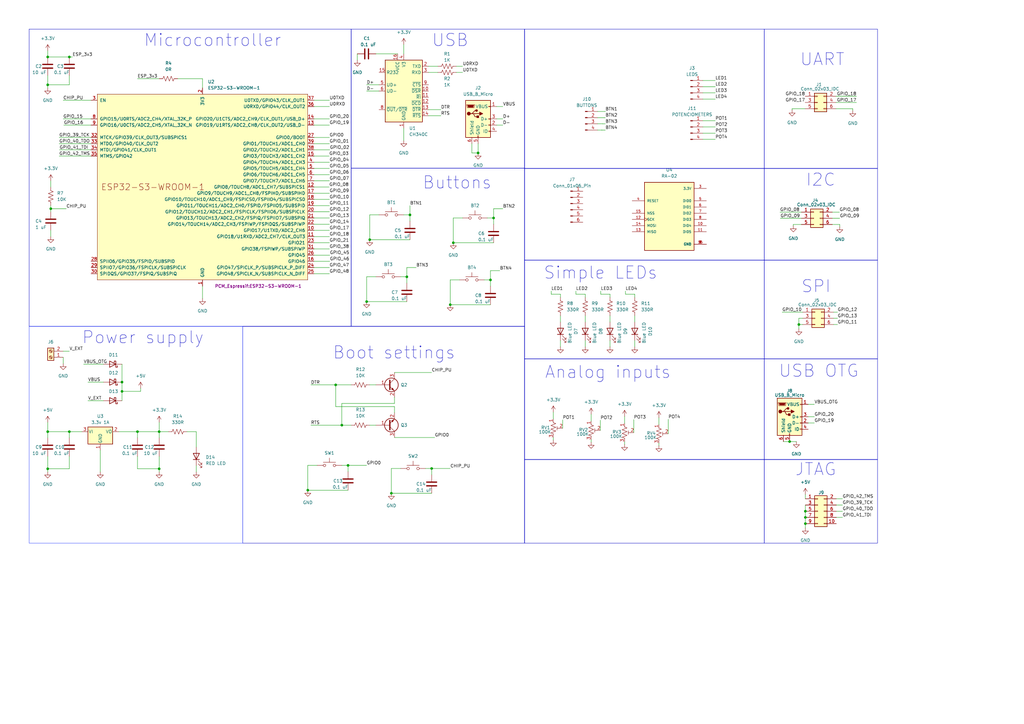
<source format=kicad_sch>
(kicad_sch (version 20230121) (generator eeschema)
  (paper "A3")
  (title_block (title "ESP32 DevKit EL V1") (date "2023-10-12") (rev "V1") (company "Easy Learning"))
  (junction (at 140.208 174.371))
  (junction (at 160.528 202.311))
  (junction (at 196.088 62.738))
  (junction (at 137.668 157.861))
  (junction (at 168.148 88.138))
  (junction (at 19.558 177.038))
  (junction (at 19.558 23.368))
  (junction (at 126.238 201.041))
  (junction (at 56.388 177.038))
  (junction (at 50.038 160.528))
  (junction (at 202.438 89.408))
  (junction (at 28.448 177.038))
  (junction (at 20.828 85.598))
  (junction (at 151.638 98.298))
  (junction (at 330.327 214.757))
  (junction (at 166.878 113.538))
  (junction (at 330.327 212.217))
  (junction (at 19.558 34.798))
  (junction (at 28.448 23.368))
  (junction (at 177.038 192.151))
  (junction (at 323.85 181.102))
  (junction (at 150.368 123.698))
  (junction (at 142.748 190.881))
  (junction (at 327.66 133.096))
  (junction (at 19.558 192.278))
  (junction (at 65.278 177.038))
  (junction (at 185.928 99.568))
  (junction (at 201.168 114.808))
  (junction (at 184.658 124.968))
  (junction (at 330.327 209.677))
  (junction (at 50.038 156.718))
  (junction (at 65.278 192.278))
  (wire (pts (xy 161.798 166.751) (xy 137.668 166.751)))
  (wire (pts (xy 203.708 48.768) (xy 206.248 48.768)))
  (wire (pts (xy 288.29 33.02) (xy 293.37 33.02)))
  (wire (pts (xy 28.448 177.038) (xy 28.448 179.578)))
  (wire (pts (xy 151.638 88.138) (xy 151.638 98.298)))
  (wire (pts (xy 229.87 121.92) (xy 229.87 120.65)))
  (wire (pts (xy 161.798 162.941) (xy 161.798 165.481)))
  (wire (pts (xy 65.278 187.198) (xy 65.278 192.278)))
  (wire (pts (xy 20.828 85.598) (xy 27.178 85.598)))
  (wire (pts (xy 288.29 38.1) (xy 293.37 38.1)))
  (wire (pts (xy 25.908 48.768) (xy 37.338 48.768)))
  (wire (pts (xy 166.878 109.728) (xy 170.688 109.728)))
  (wire (pts (xy 256.159 170.815) (xy 256.159 173.609)))
  (wire (pts (xy 57.658 160.528) (xy 50.038 160.528)))
  (wire (pts (xy 56.388 177.038) (xy 56.388 179.578)))
  (wire (pts (xy 236.22 119.38) (xy 236.22 120.65)))
  (wire (pts (xy 187.198 29.718) (xy 189.738 29.718)))
  (wire (pts (xy 126.238 201.041) (xy 142.748 201.041)))
  (wire (pts (xy 20.828 94.488) (xy 20.828 97.028)))
  (wire (pts (xy 128.778 94.488) (xy 135.128 94.488)))
  (wire (pts (xy 341.884 130.556) (xy 343.535 130.556)))
  (wire (pts (xy 72.898 32.258) (xy 83.058 32.258)))
  (wire (pts (xy 41.148 184.658) (xy 41.148 193.548)))
  (wire (pts (xy 26.162 51.308) (xy 37.338 51.308)))
  (wire (pts (xy 142.748 193.421) (xy 142.748 190.881)))
  (wire (pts (xy 168.148 88.138) (xy 165.608 88.138)))
  (wire (pts (xy 127.508 157.861) (xy 137.668 157.861)))
  (wire (pts (xy 247.2798 50.8066) (xy 247.2798 50.8)))
  (wire (pts (xy 128.778 112.268) (xy 135.128 112.268)))
  (wire (pts (xy 83.058 32.258) (xy 83.058 36.068)))
  (wire (pts (xy 127.508 174.371) (xy 140.208 174.371)))
  (wire (pts (xy 151.638 157.861) (xy 154.178 157.861)))
  (wire (pts (xy 342.9 39.497) (xy 351.282 39.497)))
  (wire (pts (xy 28.448 187.198) (xy 28.448 192.278)))
  (wire (pts (xy 161.798 169.291) (xy 161.798 166.751)))
  (wire (pts (xy 165.608 18.288) (xy 165.608 22.098)))
  (wire (pts (xy 150.368 113.538) (xy 150.368 123.698)))
  (wire (pts (xy 327.66 134.874) (xy 327.66 133.096)))
  (wire (pts (xy 248.2798 45.7266) (xy 248.2798 45.72)))
  (wire (pts (xy 329.184 130.556) (xy 327.66 130.556)))
  (wire (pts (xy 166.878 116.078) (xy 166.878 113.538)))
  (wire (pts (xy 137.668 157.861) (xy 137.668 166.751)))
  (wire (pts (xy 128.778 109.728) (xy 135.128 109.728)))
  (wire (pts (xy 327.66 133.096) (xy 329.184 133.096)))
  (wire (pts (xy 19.558 34.798) (xy 28.448 34.798)))
  (wire (pts (xy 128.778 102.108) (xy 135.128 102.108)))
  (wire (pts (xy 343.027 209.677) (xy 345.567 209.677)))
  (wire (pts (xy 325.374 92.075) (xy 325.374 92.583)))
  (wire (pts (xy 160.528 202.311) (xy 177.038 202.311)))
  (wire (pts (xy 65.278 173.228) (xy 65.278 177.038)))
  (wire (pts (xy 330.327 207.137) (xy 330.327 209.677)))
  (wire (pts (xy 341.376 86.995) (xy 344.297 86.995)))
  (wire (pts (xy 202.438 85.598) (xy 202.438 89.408)))
  (wire (pts (xy 80.518 177.038) (xy 80.518 183.388)))
  (wire (pts (xy 323.85 181.102) (xy 326.644 181.102)))
  (wire (pts (xy 351.282 42.037) (xy 342.9 42.037)))
  (wire (pts (xy 330.327 214.757) (xy 330.327 216.535)))
  (wire (pts (xy 240.03 121.92) (xy 240.03 120.65)))
  (wire (pts (xy 168.148 90.678) (xy 168.148 88.138)))
  (wire (pts (xy 128.778 76.708) (xy 135.001 76.708)))
  (wire (pts (xy 248.2798 50.8066) (xy 247.2798 50.8066)))
  (wire (pts (xy 128.778 104.648) (xy 135.255 104.648)))
  (wire (pts (xy 341.376 92.075) (xy 344.424 92.075)))
  (wire (pts (xy 137.668 157.861) (xy 144.018 157.861)))
  (wire (pts (xy 161.798 152.781) (xy 177.038 152.781)))
  (wire (pts (xy 242.443 169.926) (xy 242.443 172.72)))
  (wire (pts (xy 246.38 119.38) (xy 246.38 120.65)))
  (wire (pts (xy 240.03 120.65) (xy 236.22 120.65)))
  (wire (pts (xy 229.87 129.54) (xy 229.87 132.08)))
  (wire (pts (xy 246.7798 53.3466) (xy 246.7798 53.34)))
  (wire (pts (xy 83.058 117.348) (xy 83.058 122.428)))
  (wire (pts (xy 343.027 204.597) (xy 345.567 204.597)))
  (wire (pts (xy 128.778 74.168) (xy 135.128 74.168)))
  (wire (pts (xy 324.866 44.577) (xy 324.866 45.085)))
  (wire (pts (xy 201.168 110.998) (xy 201.168 114.808)))
  (wire (pts (xy 80.518 191.008) (xy 80.518 193.548)))
  (wire (pts (xy 201.168 110.998) (xy 204.978 110.998)))
  (wire (pts (xy 189.738 89.408) (xy 185.928 89.408)))
  (wire (pts (xy 36.068 156.718) (xy 42.418 156.718)))
  (wire (pts (xy 193.548 58.928) (xy 193.548 62.738)))
  (wire (pts (xy 151.638 174.371) (xy 154.178 174.371)))
  (wire (pts (xy 247.2798 50.8) (xy 245.11 50.8)))
  (wire (pts (xy 19.558 20.828) (xy 19.558 23.368)))
  (wire (pts (xy 50.038 149.352) (xy 50.038 156.718)))
  (wire (pts (xy 349.758 44.577) (xy 342.9 44.577)))
  (wire (pts (xy 242.443 180.34) (xy 242.443 181.356)))
  (wire (pts (xy 270.256 181.737) (xy 270.256 182.753)))
  (wire (pts (xy 25.908 41.148) (xy 37.338 41.148)))
  (wire (pts (xy 250.19 139.7) (xy 250.19 142.24)))
  (wire (pts (xy 175.768 44.958) (xy 180.848 44.958)))
  (wire (pts (xy 201.168 114.808) (xy 198.628 114.808)))
  (wire (pts (xy 20.828 85.598) (xy 20.828 86.868)))
  (wire (pts (xy 135 64) (xy 128.778 64)))
  (wire (pts (xy 229.87 120.65) (xy 226.06 120.65)))
  (wire (pts (xy 128.778 48.768) (xy 135.128 48.768)))
  (wire (pts (xy 161.798 179.451) (xy 178.308 179.451)))
  (wire (pts (xy 341.884 128.016) (xy 343.535 128.016)))
  (wire (pts (xy 150.368 37.338) (xy 155.448 37.338)))
  (wire (pts (xy 248.2798 53.3466) (xy 246.7798 53.3466)))
  (wire (pts (xy 128.778 58.928) (xy 135.128 58.928)))
  (wire (pts (xy 328.676 92.075) (xy 325.374 92.075)))
  (wire (pts (xy 19.558 30.988) (xy 19.558 34.798)))
  (wire (pts (xy 341.376 89.535) (xy 344.424 89.535)))
  (wire (pts (xy 126.238 190.881) (xy 126.238 201.041)))
  (wire (pts (xy 203.708 51.308) (xy 206.248 51.308)))
  (wire (pts (xy 288.29 52.07) (xy 293.37 52.07)))
  (wire (pts (xy 128.778 97.028) (xy 135.128 97.028)))
  (wire (pts (xy 330.327 212.217) (xy 330.327 214.757)))
  (wire (pts (xy 128.778 66.548) (xy 135.128 66.548)))
  (wire (pts (xy 128.778 89.408) (xy 135.128 89.408)))
  (wire (pts (xy 28.448 192.278) (xy 19.558 192.278)))
  (wire (pts (xy 247.7798 48.26) (xy 245.11 48.26)))
  (wire (pts (xy 248.2798 45.72) (xy 245.11 45.72)))
  (wire (pts (xy 177.038 192.151) (xy 174.498 192.151)))
  (wire (pts (xy 24.384 61.468) (xy 37.338 61.468)))
  (wire (pts (xy 260.35 139.7) (xy 260.35 142.24)))
  (wire (pts (xy 25.908 146.558) (xy 25.908 149.098)))
  (wire (pts (xy 201.168 117.348) (xy 201.168 114.808)))
  (wire (pts (xy 344.424 92.075) (xy 344.424 92.964)))
  (wire (pts (xy 65.278 192.278) (xy 65.278 193.548)))
  (wire (pts (xy 36.068 164.338) (xy 42.418 164.338)))
  (wire (pts (xy 330.327 202.819) (xy 330.327 204.597)))
  (wire (pts (xy 142.748 190.881) (xy 150.368 190.881)))
  (wire (pts (xy 226.949 169.037) (xy 226.949 171.831)))
  (wire (pts (xy 256.159 181.229) (xy 256.159 182.245)))
  (wire (pts (xy 48.768 177.038) (xy 56.388 177.038)))
  (wire (pts (xy 56.388 187.198) (xy 56.388 192.278)))
  (wire (pts (xy 240.03 139.7) (xy 240.03 142.24)))
  (wire (pts (xy 260.35 121.92) (xy 260.35 120.65)))
  (wire (pts (xy 128.778 41.148) (xy 135.128 41.148)))
  (wire (pts (xy 320.802 128.016) (xy 329.184 128.016)))
  (wire (pts (xy 177.038 194.691) (xy 177.038 192.151)))
  (wire (pts (xy 327.66 130.556) (xy 327.66 133.096)))
  (wire (pts (xy 343.027 207.137) (xy 345.567 207.137)))
  (wire (pts (xy 250.19 121.92) (xy 250.19 120.65)))
  (wire (pts (xy 331.47 173.482) (xy 334.01 173.482)))
  (wire (pts (xy 177.038 192.151) (xy 184.658 192.151)))
  (wire (pts (xy 260.35 129.54) (xy 260.35 132.08)))
  (wire (pts (xy 128.778 69.088) (xy 135.128 69.088)))
  (wire (pts (xy 184.658 124.968) (xy 201.168 124.968)))
  (wire (pts (xy 240.03 129.54) (xy 240.03 132.08)))
  (wire (pts (xy 331.47 170.942) (xy 334.01 170.942)))
  (wire (pts (xy 65.278 179.578) (xy 65.278 177.038)))
  (wire (pts (xy 34.29 149.352) (xy 42.418 149.352)))
  (wire (pts (xy 196.088 58.928) (xy 196.088 62.738)))
  (wire (pts (xy 128.778 71.628) (xy 135.128 71.628)))
  (wire (pts (xy 343.027 212.217) (xy 345.567 212.217)))
  (wire (pts (xy 128.778 79.248) (xy 135.128 79.248)))
  (wire (pts (xy 166.878 113.538) (xy 164.338 113.538)))
  (wire (pts (xy 166.878 109.728) (xy 166.878 113.538)))
  (wire (pts (xy 25.908 144.018) (xy 28.448 144.018)))
  (wire (pts (xy 128.778 64) (xy 128.778 64.008)))
  (wire (pts (xy 321.31 181.102) (xy 323.85 181.102)))
  (wire (pts (xy 193.548 62.738) (xy 196.088 62.738)))
  (wire (pts (xy 128.778 61.468) (xy 135.255 61.468)))
  (wire (pts (xy 188.468 114.808) (xy 184.658 114.808)))
  (wire (pts (xy 20.828 84.328) (xy 20.828 85.598)))
  (wire (pts (xy 128.778 99.568) (xy 135.128 99.568)))
  (wire (pts (xy 128.778 86.868) (xy 135.128 86.868)))
  (wire (pts (xy 150.368 123.698) (xy 166.878 123.698)))
  (wire (pts (xy 319.913 86.995) (xy 328.676 86.995)))
  (wire (pts (xy 76.708 177.038) (xy 80.518 177.038)))
  (wire (pts (xy 50.038 156.718) (xy 50.038 160.528)))
  (wire (pts (xy 65.278 177.038) (xy 69.088 177.038)))
  (wire (pts (xy 130.048 190.881) (xy 126.238 190.881)))
  (wire (pts (xy 320.04 89.535) (xy 328.676 89.535)))
  (wire (pts (xy 260.35 120.65) (xy 256.54 120.65)))
  (wire (pts (xy 180.848 47.498) (xy 175.768 47.498)))
  (wire (pts (xy 28.448 23.368) (xy 29.718 23.368)))
  (wire (pts (xy 248.2798 48.2666) (xy 247.7798 48.2666)))
  (wire (pts (xy 168.148 84.328) (xy 168.148 88.138)))
  (wire (pts (xy 56.388 32.258) (xy 65.278 32.258)))
  (wire (pts (xy 128.778 107.188) (xy 135.255 107.188)))
  (wire (pts (xy 155.448 88.138) (xy 151.638 88.138)))
  (wire (pts (xy 202.438 85.598) (xy 206.248 85.598)))
  (wire (pts (xy 146.558 22.098) (xy 146.558 24.638)))
  (wire (pts (xy 128.778 81.788) (xy 135.128 81.788)))
  (wire (pts (xy 230.759 172.212) (xy 230.759 175.641)))
  (wire (pts (xy 19.558 187.198) (xy 19.558 192.278)))
  (wire (pts (xy 330.327 209.677) (xy 330.327 212.217)))
  (wire (pts (xy 259.969 172.085) (xy 259.969 177.419)))
  (wire (pts (xy 250.19 120.65) (xy 246.38 120.65)))
  (wire (pts (xy 203.708 43.688) (xy 206.248 43.688)))
  (wire (pts (xy 250.19 129.54) (xy 250.19 132.08)))
  (wire (pts (xy 202.438 91.948) (xy 202.438 89.408)))
  (wire (pts (xy 226.06 119.38) (xy 226.06 120.65)))
  (wire (pts (xy 349.758 44.577) (xy 349.758 45.339)))
  (wire (pts (xy 128.778 43.688) (xy 135.128 43.688)))
  (wire (pts (xy 19.558 173.228) (xy 19.558 177.038)))
  (wire (pts (xy 28.448 177.038) (xy 33.528 177.038)))
  (wire (pts (xy 165.608 52.578) (xy 165.608 57.658)))
  (wire (pts (xy 288.29 54.61) (xy 293.37 54.61)))
  (wire (pts (xy 19.558 177.038) (xy 28.448 177.038)))
  (wire (pts (xy 24.257 58.928) (xy 37.338 58.928)))
  (wire (pts (xy 19.558 177.038) (xy 19.558 179.578)))
  (wire (pts (xy 128.778 56.388) (xy 135.128 56.388)))
  (wire (pts (xy 288.29 49.53) (xy 293.37 49.53)))
  (wire (pts (xy 154.178 22.098) (xy 163.068 22.098)))
  (wire (pts (xy 229.87 139.7) (xy 229.87 142.24)))
  (wire (pts (xy 50.038 160.528) (xy 50.038 164.338)))
  (wire (pts (xy 246.7798 53.34) (xy 245.11 53.34)))
  (wire (pts (xy 246.253 176.53) (xy 246.253 172.339)))
  (wire (pts (xy 140.208 165.481) (xy 140.208 174.371)))
  (wire (pts (xy 175.768 27.178) (xy 179.578 27.178)))
  (wire (pts (xy 202.438 89.408) (xy 199.898 89.408)))
  (wire (pts (xy 128.778 84.328) (xy 135.128 84.328)))
  (wire (pts (xy 256.54 119.38) (xy 256.54 120.65)))
  (wire (pts (xy 150.368 34.798) (xy 155.448 34.798)))
  (wire (pts (xy 175.768 29.718) (xy 179.578 29.718)))
  (wire (pts (xy 142.748 190.881) (xy 140.208 190.881)))
  (wire (pts (xy 160.528 192.151) (xy 160.528 202.311)))
  (wire (pts (xy 65.278 177.038) (xy 56.388 177.038)))
  (wire (pts (xy 56.388 192.278) (xy 65.278 192.278)))
  (wire (pts (xy 187.198 27.178) (xy 189.738 27.178)))
  (wire (pts (xy 24.257 56.388) (xy 37.338 56.388)))
  (wire (pts (xy 20.828 74.168) (xy 20.828 76.708)))
  (wire (pts (xy 288.29 35.56) (xy 293.37 35.56)))
  (wire (pts (xy 270.256 171.323) (xy 270.256 174.117)))
  (wire (pts (xy 28.448 30.988) (xy 28.448 34.798)))
  (wire (pts (xy 161.798 165.481) (xy 140.208 165.481)))
  (wire (pts (xy 331.47 165.862) (xy 334.01 165.862)))
  (wire (pts (xy 164.338 192.151) (xy 160.528 192.151)))
  (wire (pts (xy 288.29 57.15) (xy 293.37 57.15)))
  (wire (pts (xy 151.638 98.298) (xy 168.148 98.298)))
  (wire (pts (xy 57.658 159.258) (xy 57.658 160.528)))
  (wire (pts (xy 19.558 23.368) (xy 28.448 23.368)))
  (wire (pts (xy 128.778 91.948) (xy 135.128 91.948)))
  (wire (pts (xy 341.884 133.096) (xy 343.535 133.096)))
  (wire (pts (xy 154.178 113.538) (xy 150.368 113.538)))
  (wire (pts (xy 24.257 64.008) (xy 37.338 64.008)))
  (wire (pts (xy 19.558 192.278) (xy 19.558 193.548)))
  (wire (pts (xy 226.949 179.451) (xy 226.949 180.467)))
  (wire (pts (xy 274.066 171.958) (xy 274.066 177.927)))
  (wire (pts (xy 247.7798 48.2666) (xy 247.7798 48.26)))
  (wire (pts (xy 140.208 174.371) (xy 144.018 174.371)))
  (wire (pts (xy 288.29 40.64) (xy 293.37 40.64)))
  (wire (pts (xy 19.558 34.798) (xy 19.558 36.068)))
  (wire (pts (xy 185.928 99.568) (xy 202.438 99.568)))
  (wire (pts (xy 184.658 114.808) (xy 184.658 124.968)))
  (wire (pts (xy 128.778 51.308) (xy 135.128 51.308)))
  (wire (pts (xy 330.2 44.577) (xy 324.866 44.577)))
  (wire (pts (xy 185.928 89.408) (xy 185.928 99.568)))
  (rectangle (start 215.138 147.193) (end 313.436 188.468))
  (rectangle (start 313.436 11.938) (end 359.918 69.088))
  (rectangle (start 11.938 11.938) (end 144.018 133.858))
  (rectangle (start 313.436 69.088) (end 359.918 106.68))
  (rectangle (start 144.018 68.961) (end 215.138 133.858))
  (rectangle (start 215.138 11.938) (end 313.436 69.088))
  (rectangle (start 313.436 106.68) (end 359.918 147.193))
  (rectangle (start 99.568 133.858) (end 215.138 222.758))
  (rectangle (start 11.938 133.858) (end 99.568 222.758) (stroke (width 0) (color 50 71 255 1)))
  (rectangle (start 215.138 69.088) (end 313.436 106.68))
  (rectangle (start 215.138 106.68) (end 313.436 147.193))
  (rectangle (start 313.436 147.193) (end 359.918 188.468))
  (rectangle (start 313.436 188.468) (end 359.918 222.758))
  (rectangle (start 215.138 188.468) (end 313.436 222.758))
  (rectangle (start 144.018 11.938) (end 215.138 68.961))
  (text "Buttons" (at 173.228 77.978 0) (effects (font (size 5 5)) (justify left bottom)))
  (text "I2C" (at 330.454 76.835 0) (effects (font (size 5 5)) (justify left bottom)))
  (text "SPI" (at 328.549 120.523 0) (effects (font (size 5 5)) (justify left bottom)))
  (text "Power supply\n" (at 33.528 141.478 0) (effects (font (size 5 5)) (justify left bottom)))
  (text "USB OTG" (at 319.278 155.194 0) (effects (font (size 5 5)) (justify left bottom)))
  (text "Simple LEDs\n" (at 222.885 114.935 0) (effects (font (size 5 5)) (justify left bottom)))
  (text "USB" (at 177.038 19.558 0) (effects (font (size 5 5)) (justify left bottom)))
  (text "UART" (at 328.041 27.432 0) (effects (font (size 5 5)) (justify left bottom)))
  (text "Microcontroller" (at 58.928 19.558 0) (effects (font (size 5 5)) (justify left bottom)))
  (text "JTAG\n" (at 326.009 195.58 0) (effects (font (size 5 5)) (justify left bottom)))
  (text "Boot settings" (at 136.398 147.701 0) (effects (font (size 5 5)) (justify left bottom)))
  (text "Analog inputs\n" (at 223.393 155.702 0) (effects (font (size 5 5)) (justify left bottom)))
  (label "U0RXD" (at 189.738 27.178 0))
  (label "DTR" (at 180.848 44.958 0))
  (label "U0TXD" (at 135.128 41.148 0))
  (label "GPIO_13" (at 135.128 89.408 0))
  (label "V_EXT" (at 36.068 164.338 0))
  (label "GPIO_05" (at 135.128 69.088 0))
  (label "VBUS" (at 206.248 43.688 0))
  (label "LED2" (at 236.22 119.38 0))
  (label "POT3" (at 259.969 172.085 0))
  (label "LED1" (at 226.06 119.38 0))
  (label "GPIO_40_TDO" (at 345.567 209.677 0))
  (label "GPIO_08" (at 319.913 86.995 0))
  (label "POT3" (at 293.37 54.61 0))
  (label "LED2" (at 293.37 35.56 0))
  (label "D-" (at 206.248 51.308 0))
  (label "GPIO_45" (at 135.255 104.648 0))
  (label "GPIO_46" (at 135.255 107.188 0))
  (label "V_EXT" (at 28.448 144.018 0))
  (label "GPIO_18" (at 135.128 97.028 0))
  (label "U0RXD" (at 135.128 43.688 0))
  (label "LED3" (at 246.38 119.38 0))
  (label "BTN3" (at 170.688 109.728 0))
  (label "LED3" (at 293.37 38.1 0))
  (label "GPIO_20" (at 135.128 48.768 0))
  (label "D-" (at 150.368 37.338 0))
  (label "GPIO_16" (at 26.162 51.308 0))
  (label "BTN1" (at 168.148 84.328 0))
  (label "GPIO0" (at 178.308 179.451 0))
  (label "VBUS" (at 36.068 156.718 0))
  (label "GPIO_17" (at 330.2 42.037 180))
  (label "GPIO_09" (at 135.128 79.248 0))
  (label "ESP_3v3" (at 56.388 32.258 0))
  (label "GPIO_10" (at 135.128 81.788 0))
  (label "POT4" (at 293.37 57.15 0))
  (label "GPIO_09" (at 344.424 89.535 0))
  (label "POT1" (at 293.37 49.53 0))
  (label "BTN1" (at 248.2798 45.7266 0))
  (label "GPIO_08" (at 135.001 76.708 0))
  (label "GPIO_04" (at 135.128 66.548 0))
  (label "GPIO_42_TMS" (at 24.257 64.008 0))
  (label "GPIO_41_TDI" (at 345.567 212.217 0))
  (label "GPIO0" (at 150.368 190.881 0))
  (label "GPIO_47" (at 135.128 109.728 0))
  (label "GPIO_11" (at 343.535 133.096 0))
  (label "VBUS_OTG" (at 34.29 149.352 0))
  (label "GPIO_18" (at 330.2 39.497 180))
  (label "GPIO_14" (at 135.128 91.948 0))
  (label "BTN4" (at 204.978 110.998 0))
  (label "GPIO_42_TMS" (at 345.567 204.597 0))
  (label "GPIO_38" (at 135.128 102.108 0))
  (label "GPIO_19" (at 334.01 173.482 0))
  (label "POT2" (at 293.37 52.07 0))
  (label "GPIO_08" (at 344.297 86.995 0))
  (label "GPIO_01" (at 135.128 58.928 0))
  (label "POT1" (at 230.759 172.212 0))
  (label "GPIO0" (at 135.128 56.388 0))
  (label "GPIO_13" (at 343.535 130.556 0))
  (label "GPIO_41_TDI" (at 24.384 61.468 0))
  (label "ESP_3v3" (at 29.718 23.368 0))
  (label "BTN3" (at 248.2798 50.8066 0))
  (label "RTS" (at 127.508 174.371 0))
  (label "GPIO_21" (at 135.128 99.568 0))
  (label "CHIP_PU" (at 177.038 152.781 0))
  (label "CHIP_PU" (at 27.178 85.598 0))
  (label "CHIP_PU" (at 184.658 192.151 0))
  (label "GPIO_09" (at 320.04 89.535 0))
  (label "GPIO_06" (at 135.128 71.628 0))
  (label "GPIO_11" (at 135.128 84.328 0))
  (label "POT2" (at 246.253 172.339 0))
  (label "BTN4" (at 248.2798 53.3466 0))
  (label "GPIO_39_TCK" (at 345.567 207.137 0))
  (label "VBUS_OTG" (at 334.01 165.862 0))
  (label "GPIO_19" (at 135.128 51.308 0))
  (label "GPIO_07" (at 135.128 74.168 0))
  (label "GPIO_02" (at 135.255 61.468 0))
  (label "BTN2" (at 248.2798 48.2666 0))
  (label "POT4" (at 274.066 171.958 0))
  (label "LED4" (at 256.54 119.38 0))
  (label "LED1" (at 293.37 33.02 0))
  (label "D+" (at 206.248 48.768 0))
  (label "GPIO_17" (at 135.128 94.488 0))
  (label "DTR" (at 127.508 157.861 0))
  (label "GPIO_12" (at 343.535 128.016 0))
  (label "GPIO_18" (at 351.282 39.497 180))
  (label "RTS" (at 180.848 47.498 0))
  (label "GPIO_20" (at 334.01 170.942 0))
  (label "CHIP_PU" (at 25.908 41.148 0))
  (label "GPIO_48" (at 135.128 112.268 0))
  (label "GPIO_40_TDO" (at 24.257 58.928 0))
  (label "GPIO_12" (at 135.128 86.868 0))
  (label "D+" (at 150.368 34.798 0))
  (label "BTN2" (at 206.248 85.598 0))
  (label "U0TXD" (at 189.738 29.718 0))
  (label "GPIO_17" (at 351.282 42.037 180))
  (label "GPIO_15" (at 25.908 48.768 0))
  (label "GPIO_39_TCK" (at 24.257 56.388 0))
  (label "GPIO_10" (at 320.802 128.016 0))
  (label "GPIO_03" (at 135 64 0))
  (label "LED4" (at 293.37 40.64 0))
  (symbol (lib_id "Device:R_US") (at 183.388 27.178 90) (unit 1)
    (property "Reference" "R1" (at 183.388 22.098 90))
    (property "Value" "1K" (at 183.388 24.638 90))
    (property "Footprint" "Resistor_SMD:R_1206_3216Metric" (effects hide))
    (property "Manufacturer" "Panasonic Electronic Components" (effects hide))
    (property "Product Number" "ERJ-P08J102V" (effects hide))
    (property "Description" "RES SMD 1K OHM 5% 2/3W 1206" (effects hide))
    (property "Price" "0.14" (effects hide))
  )
  (symbol (lib_id "Connector_Generic:Conn_02x03_Odd_Even") (at 334.264 130.556 0) (unit 1)
    (property "Reference" "J5" (at 334.899 123.19 0))
    (property "Value" "Conn_02x03_IDC" (at 335.28 124.968 0))
    (property "Footprint" "Connector_IDC:IDC-Header_2x03_P2.54mm_Vertical" (effects hide))
    (property "Manufacturer" "Adam Tech" (effects hide))
    (property "Product Number" "2057-BHR-06-VUA-ND" (effects hide))
    (property "Description" "Connector Header Through Hole 6 position 0.100\" (2.54mm)" (effects hide))
    (property "Price" "0.25" (effects hide))
  )
  (symbol (lib_id "power:GND") (at 226.949 180.467 0) (unit 1)
    (property "Reference" "#PWR046" (effects hide))
    (property "Value" "GND" (effects hide))
  )
  (symbol (lib_id "Device:C") (at 28.448 183.388 0) (unit 1)
    (property "Reference" "C10" (at 22.606 183.388 0) (effects (justify left)))
    (property "Value" "0.1 uF" (at 22.098 185.928 0) (effects (justify left)))
    (property "Footprint" "Capacitor_SMD:C_0603_1608Metric_Pad1.08x0.95mm_HandSolder" (effects hide))
    (property "Manufacturer" "KEMET" (effects hide))
    (property "Product Number" "C0603C104K5RAC7867" (effects hide))
    (property "Description" "CAP CER 0.1UF 50V X7R 0603" (effects hide))
    (property "Price" "0.11" (effects hide))
  )
  (symbol (lib_id "Device:D_Schottky") (at 46.228 164.338 180) (unit 1)
    (property "Reference" "D13" (at 46.5455 160.528 0))
    (property "Value" "D_Schottky" (effects hide))
    (property "Footprint" "Diode_SMD:D_SMA" (effects hide))
    (property "Manufacturer" "STMicroelectronics" (effects hide))
    (property "Product Number" "STPS2L30A" (effects hide))
    (property "Description" "DIODE SCHOTTKY 30V 2A SMA" (effects hide))
    (property "Price" "0.36" (effects hide))
  )
  (symbol (lib_id "power:GND") (at 160.528 202.311 0) (unit 1)
    (property "Reference" "#PWR056" (effects hide))
    (property "Value" "GND" (at 160.528 207.391 0))
  )
  (symbol (lib_id "Connector_Generic:Conn_02x05_Odd_Even") (at 335.407 209.677 0) (unit 1)
    (property "Reference" "J9" (at 336.804 202.057 0))
    (property "Value" "Conn_02x05_Odd_Even" (effects hide))
    (property "Footprint" "Connector_IDC:IDC-Header_2x05_P2.54mm_Vertical" (effects hide))
    (property "Manufacturer" "On Shore Technology Inc." (effects hide))
    (property "Product Number" "ED1543-ND" (effects hide))
    (property "Description" "Connector Header Through Hole 10 position 0.100\" (2.54mm)" (effects hide))
    (property "Price" "0.33" (effects hide))
  )
  (symbol (lib_id "power:GND") (at 20.828 97.028 0) (unit 1)
    (property "Reference" "#PWR019" (effects hide))
    (property "Value" "GND" (at 20.828 102.108 0))
  )
  (symbol (lib_id "power:GND") (at 325.374 92.583 0) (unit 1)
    (property "Reference" "#PWR017" (effects hide))
    (property "Value" "GND" (at 325.374 97.79 0))
  )
  (symbol (lib_id "Device:C") (at 19.558 183.388 0) (unit 1)
    (property "Reference" "C9" (at 14.478 183.388 0) (effects (justify left)))
    (property "Value" "10 uF" (at 13.208 185.928 0) (effects (justify left)))
    (property "Footprint" "Capacitor_SMD:C_1206_3216Metric_Pad1.33x1.80mm_HandSolder" (effects hide))
    (property "Manufacturer" "KEMET" (effects hide))
    (property "Product Number" "C1206C106M3PAC7800" (effects hide))
    (property "Description" "CAP CER 10UF 25V X5R 1206" (effects hide))
    (property "Price" "0.27" (effects hide))
  )
  (symbol (lib_id "Device:C") (at 202.438 95.758 0) (unit 1)
    (property "Reference" "C6" (at 196.088 95.758 0) (effects (justify left)))
    (property "Value" "0.1 uF" (at 196.088 98.298 0) (effects (justify left)))
    (property "Footprint" "Capacitor_SMD:C_0603_1608Metric_Pad1.08x0.95mm_HandSolder" (effects hide))
    (property "Manufacturer" "KEMET" (effects hide))
    (property "Product Number" "C0603C104K5RAC7867" (effects hide))
    (property "Description" "CAP CER 0.1UF 50V X7R 0603" (effects hide))
    (property "Price" "0.11" (effects hide))
  )
  (symbol (lib_id "Device:R_Potentiometer_Trim_US") (at 226.949 175.641 0) (unit 1)
    (property "Reference" "RV1" (at 225.679 175.387 0) (effects (justify right)))
    (property "Value" "100K" (at 226.06 177.165 0) (effects (justify right)))
    (property "Footprint" "Potentiometer_THT:Potentiometer_Bourns_3386P_Vertical" (effects hide))
    (property "Description" "100 kOhms 0.5W, 1/2W PC Pins Through Hole Trimmer Potentiometer Cermet 1.0 Turn Top Adjustment" (effects hide))
    (property "Product Number" "3386P-1-104LF" (effects hide))
    (property "Manufacturer" "Bourns Inc." (effects hide))
    (property "Price" "1.61" (effects hide))
  )
  (symbol (lib_id "power:+3.3V") (at 226.949 169.037 0) (unit 1)
    (property "Reference" "#PWR040" (effects hide))
    (property "Value" "+3.3V" (at 226.949 163.957 0))
  )
  (symbol (lib_id "power:GND") (at 19.558 193.548 0) (unit 1)
    (property "Reference" "#PWR051" (effects hide))
    (property "Value" "GND" (at 19.558 198.628 0))
  )
  (symbol (lib_id "Connector:Conn_01x04_Pin") (at 283.21 52.07 0) (unit 1)
    (property "Reference" "J11" (at 283.845 44.45 0))
    (property "Value" "POTENCIOMETERS" (at 283.845 46.99 0))
    (property "Footprint" "Connector_PinHeader_2.54mm:PinHeader_1x04_P2.54mm_Vertical" (effects hide))
  )
  (symbol (lib_id "Connector:USB_B_Micro") (at 323.85 170.942 0) (unit 1)
    (property "Reference" "J8" (at 323.85 160.274 0))
    (property "Value" "USB_B_Micro" (at 323.85 162.052 0))
    (property "Footprint" "Connector_USB:USB_Micro-B_Molex_47346-0001" (effects hide))
    (property "Manufacturer" "Molex" (effects hide))
    (property "Description" "CONN RCPT USB2.0 MICRO B SMD R/A" (effects hide))
    (property "Product Number" "0473460001" (effects hide))
    (property "Price" "1.17" (effects hide))
  )
  (symbol (lib_id "Device:C") (at 150.368 22.098 270) (unit 1)
    (property "Reference" "C1" (at 149.098 15.748 90) (effects (justify left)))
    (property "Value" "0.1 uF" (at 147.828 18.288 90) (effects (justify left)))
    (property "Footprint" "Capacitor_SMD:C_0603_1608Metric_Pad1.08x0.95mm_HandSolder" (effects hide))
    (property "Manufacturer" "KEMET" (effects hide))
    (property "Product Number" "C0603C104K5RAC7867" (effects hide))
    (property "Description" "CAP CER 0.1UF 50V X7R 0603" (effects hide))
    (property "Price" "0.11" (effects hide))
  )
  (symbol (lib_id "Switch:SW_Push") (at 193.548 114.808 0) (unit 1)
    (property "Reference" "BT4" (at 193.548 109.728 0))
    (property "Value" "SW_Push" (effects hide))
    (property "Footprint" "Button_Switch_SMD:SW_Tactile_SPST_NO_Straight_CK_PTS636Sx25SMTRLFS" (effects hide))
    (property "Manufacturer" "C&K" (effects hide))
    (property "Product Number" "PTS636 SK25 SMTR LFS" (effects hide))
    (property "Description" "Tactile Switch SPST-NO Top Actuated Surface Mount" (effects hide))
    (property "Price" "0.15" (effects hide))
  )
  (symbol (lib_id "Connector:USB_B_Micro") (at 196.088 48.768 0) (unit 1)
    (property "Reference" "J2" (at 196.088 36.068 0))
    (property "Value" "USB_B_Micro" (at 196.088 38.608 0))
    (property "Footprint" "Connector_USB:USB_Micro-B_Molex_47346-0001" (effects hide))
    (property "Manufacturer" "Molex" (effects hide))
    (property "Description" "CONN RCPT USB2.0 MICRO B SMD R/A" (effects hide))
    (property "Product Number" "0473460001" (effects hide))
    (property "Price" "1.17" (effects hide))
  )
  (symbol (lib_id "power:GND") (at 126.238 201.041 0) (unit 1)
    (property "Reference" "#PWR055" (effects hide))
    (property "Value" "GND" (at 126.238 206.121 0))
  )
  (symbol (lib_id "Device:R_Potentiometer_Trim_US") (at 242.443 176.53 0) (unit 1)
    (property "Reference" "RV2" (at 241.173 176.276 0) (effects (justify right)))
    (property "Value" "100K" (at 241.554 178.054 0) (effects (justify right)))
    (property "Footprint" "Potentiometer_THT:Potentiometer_Bourns_3386P_Vertical" (effects hide))
    (property "Description" "100 kOhms 0.5W, 1/2W PC Pins Through Hole Trimmer Potentiometer Cermet 1.0 Turn Top Adjustment" (effects hide))
    (property "Product Number" "3386P-1-104LF" (effects hide))
    (property "Manufacturer" "Bourns Inc." (effects hide))
    (property "Price" "1.61" (effects hide))
  )
  (symbol (lib_id "power:GND") (at 184.658 124.968 0) (unit 1)
    (property "Reference" "#PWR028" (effects hide))
    (property "Value" "GND" (effects hide))
  )
  (symbol (lib_id "power:GND") (at 41.148 193.548 0) (unit 1)
    (property "Reference" "#PWR052" (effects hide))
    (property "Value" "GND" (at 41.148 198.628 0))
  )
  (symbol (lib_id "Device:R_US") (at 69.088 32.258 90) (unit 1)
    (property "Reference" "R4" (at 69.088 25.908 90))
    (property "Value" "0R" (at 69.088 28.448 90))
    (property "Footprint" "Resistor_SMD:R_1206_3216Metric" (effects hide))
    (property "Manufacturer" "Panasonic Electronic Components" (effects hide))
    (property "Product Number" "ERJ-8GEY0R00V" (effects hide))
    (property "Description" "0 Ohms Jumper Chip Resistor 1206 (3216 Metric) Automotive AEC-Q200 Thick Film" (effects hide))
    (property "Price" "0.14" (effects hide))
  )
  (symbol (lib_id "power:GND") (at 250.19 142.24 0) (unit 1)
    (property "Reference" "#PWR032" (effects hide))
    (property "Value" "GND" (effects hide))
  )
  (symbol (lib_id "power:GND") (at 260.35 142.24 0) (unit 1)
    (property "Reference" "#PWR033" (effects hide))
    (property "Value" "GND" (effects hide))
  )
  (symbol (lib_id "Device:C") (at 166.878 119.888 0) (unit 1)
    (property "Reference" "C7" (at 160.528 119.888 0) (effects (justify left)))
    (property "Value" "0.1 uF" (at 160.528 122.428 0) (effects (justify left)))
    (property "Footprint" "Capacitor_SMD:C_0603_1608Metric_Pad1.08x0.95mm_HandSolder" (effects hide))
    (property "Manufacturer" "KEMET" (effects hide))
    (property "Product Number" "C0603C104K5RAC7867" (effects hide))
    (property "Description" "CAP CER 0.1UF 50V X7R 0603" (effects hide))
    (property "Price" "0.11" (effects hide))
  )
  (symbol (lib_id "power:GND") (at 150.368 123.698 0) (unit 1)
    (property "Reference" "#PWR027" (effects hide))
    (property "Value" "GND" (at 150.368 128.778 0))
  )
  (symbol (lib_id "Connector:Conn_01x04_Pin") (at 283.21 35.56 0) (unit 1)
    (property "Reference" "J3" (at 283.845 27.94 0))
    (property "Value" "LEDS" (at 283.845 30.48 0))
    (property "Footprint" "Connector_PinHeader_2.54mm:PinHeader_1x04_P2.54mm_Vertical" (effects hide))
  )
  (symbol (lib_id "power:GND") (at 242.443 181.356 0) (unit 1)
    (property "Reference" "#PWR048" (effects hide))
    (property "Value" "GND" (effects hide))
  )
  (symbol (lib_id "Switch:SW_Push") (at 159.258 113.538 0) (unit 1)
    (property "Reference" "BT3" (at 159.258 108.458 0))
    (property "Value" "SW_Push" (effects hide))
    (property "Footprint" "Button_Switch_SMD:SW_Tactile_SPST_NO_Straight_CK_PTS636Sx25SMTRLFS" (effects hide))
    (property "Manufacturer" "C&K" (effects hide))
    (property "Product Number" "PTS636 SK25 SMTR LFS" (effects hide))
    (property "Description" "Tactile Switch SPST-NO Top Actuated Surface Mount" (effects hide))
    (property "Price" "0.15" (effects hide))
  )
  (symbol (lib_id "Device:LED") (at 229.87 135.89 90) (unit 1)
    (property "Reference" "D7" (at 236.22 135.89 0))
    (property "Value" "Blue LED" (at 233.68 132.08 0) (effects (justify right)))
    (property "Footprint" "LED_SMD:LED_1206_3216Metric" (effects hide))
    (property "Manufacturer" "Dialight" (effects hide))
    (property "Product Number" "5988291107F" (effects hide))
    (property "Description" "Blue 473nm LED Indication - Discrete 3.2V 1206 (3216 Metric)" (effects hide))
    (property "Price" "0.38" (effects hide))
  )
  (symbol (lib_id "Device:Q_NPN_BEC") (at 159.258 157.861 0) (unit 1)
    (property "Reference" "Q2" (at 164.338 157.861 0) (effects (justify left)))
    (property "Value" "Q_NPN_BEC" (effects hide))
    (property "Footprint" "Package_TO_SOT_SMD:SOT-23-3" (effects hide))
    (property "Manufacturer" "onsemi" (effects hide))
    (property "Product Number" "MMBT2222LT1G" (effects hide))
    (property "Description" "Bipolar (BJT) Transistor NPN 30 V 600 mA 250MHz 300 mW Surface Mount SOT-23-3 (TO-236)" (effects hide))
    (property "Price" "0.16" (effects hide))
  )
  (symbol (lib_id "power:GND") (at 344.424 92.964 0) (unit 1)
    (property "Reference" "#PWR018" (effects hide))
    (property "Value" "GND" (at 344.424 98.171 0))
  )
  (symbol (lib_id "power:GND") (at 25.908 149.098 0) (unit 1)
    (property "Reference" "#PWR035" (effects hide))
    (property "Value" "GND" (at 25.908 154.178 0))
  )
  (symbol (lib_id "power:+3.3V") (at 256.159 170.815 0) (unit 1)
    (property "Reference" "#PWR042" (effects hide))
    (property "Value" "+3.3V" (at 256.159 165.735 0))
  )
  (symbol (lib_id "Regulator_Linear:AZ1117-3.3") (at 41.148 177.038 0) (unit 1)
    (property "Reference" "U3" (at 41.148 170.688 0))
    (property "Value" "3.3v 1A" (at 41.148 173.228 0))
    (property "Footprint" "Package_TO_SOT_SMD:SOT-223-3_TabPin2" (effects hide))
    (property "Datasheet" "https://www.diodes.com/assets/Datasheets/AZ1117.pdf" (effects hide))
    (property "Manufacturer" "Diodes Incorporated" (effects hide))
    (property "Product Number" "AZ1117CH-3.3TRG1" (effects hide))
    (property "Description" "IC REG LINEAR 3.3V 1A SOT223" (effects hide))
    (property "Price" "0.45" (effects hide))
  )
  (symbol (lib_id "Device:R_US") (at 20.828 80.518 180) (unit 1)
    (property "Reference" "R7" (at 23.368 79.248 0) (effects (justify right)))
    (property "Value" "10K" (at 23.368 81.788 0) (effects (justify right)))
    (property "Footprint" "Resistor_SMD:R_1206_3216Metric" (effects hide))
    (property "Manufacturer" "Panasonic Electronic Components" (effects hide))
    (property "Product Number" "ERJ-8GEYJ103V" (effects hide))
    (property "Description" "RES SMD 10K OHM 5% 1/4W 1206" (effects hide))
    (property "Price" "0.12" (effects hide))
  )
  (symbol (lib_id "Device:C") (at 201.168 121.158 0) (unit 1)
    (property "Reference" "C8" (at 194.818 121.158 0) (effects (justify left)))
    (property "Value" "0.1 uF" (at 194.818 123.698 0) (effects (justify left)))
    (property "Footprint" "Capacitor_SMD:C_0603_1608Metric_Pad1.08x0.95mm_HandSolder" (effects hide))
    (property "Manufacturer" "KEMET" (effects hide))
    (property "Product Number" "C0603C104K5RAC7867" (effects hide))
    (property "Description" "CAP CER 0.1UF 50V X7R 0603" (effects hide))
    (property "Price" "0.11" (effects hide))
  )
  (symbol (lib_id "Connector_Generic:Conn_02x03_Odd_Even") (at 335.28 42.037 0) (unit 1)
    (property "Reference" "J1" (at 335.915 34.671 0))
    (property "Value" "Conn_02x03_IDC" (at 336.296 36.449 0))
    (property "Footprint" "Connector_IDC:IDC-Header_2x03_P2.54mm_Vertical" (effects hide))
    (property "Manufacturer" "Adam Tech" (effects hide))
    (property "Product Number" "2057-BHR-06-VUA-ND" (effects hide))
    (property "Description" "Connector Header Through Hole 6 position 0.100\" (2.54mm)" (effects hide))
    (property "Price" "0.25" (effects hide))
  )
  (symbol (lib_id "Switch:SW_Push") (at 194.818 89.408 0) (unit 1)
    (property "Reference" "BT2" (at 194.818 84.328 0))
    (property "Value" "SW_Push" (effects hide))
    (property "Footprint" "Button_Switch_SMD:SW_Tactile_SPST_NO_Straight_CK_PTS636Sx25SMTRLFS" (effects hide))
    (property "Manufacturer" "C&K" (effects hide))
    (property "Product Number" "PTS636 SK25 SMTR LFS" (effects hide))
    (property "Description" "Tactile Switch SPST-NO Top Actuated Surface Mount" (effects hide))
    (property "Price" "0.15" (effects hide))
  )
  (symbol (lib_id "Connector:Screw_Terminal_01x02") (at 20.828 146.558 180) (unit 1)
    (property "Reference" "J6" (at 20.828 140.208 0))
    (property "Value" "Screw_Terminal_01x02" (effects hide))
    (property "Footprint" "TerminalBlock_Phoenix:TerminalBlock_Phoenix_MKDS-1,5-2_1x02_P5.00mm_Horizontal" (effects hide))
    (property "Manufacturer" "Phoenix Contact" (effects hide))
    (property "Product Number" "1734656" (effects hide))
    (property "Description" "2 Position Wire to Board Terminal Block Horizontal with Board 0.197\" (5.00mm) Through Hole" (effects hide))
    (property "Price" "1.26" (effects hide))
  )
  (symbol (lib_id "power:+3.3V") (at 65.278 173.228 0) (unit 1)
    (property "Reference" "#PWR045" (effects hide))
    (property "Value" "+3.3V" (at 65.278 168.148 0))
  )
  (symbol (lib_id "Device:R_Potentiometer_Trim_US") (at 256.159 177.419 0) (unit 1)
    (property "Reference" "RV3" (at 254.889 177.165 0) (effects (justify right)))
    (property "Value" "100K" (at 255.27 178.943 0) (effects (justify right)))
    (property "Footprint" "Potentiometer_THT:Potentiometer_Bourns_3386P_Vertical" (effects hide))
    (property "Description" "100 kOhms 0.5W, 1/2W PC Pins Through Hole Trimmer Potentiometer Cermet 1.0 Turn Top Adjustment" (effects hide))
    (property "Product Number" "3386P-1-104LF" (effects hide))
    (property "Manufacturer" "Bourns Inc." (effects hide))
    (property "Price" "1.61" (effects hide))
  )
  (symbol (lib_id "Device:C") (at 177.038 198.501 0) (unit 1)
    (property "Reference" "C14" (at 170.688 198.501 0) (effects (justify left)))
    (property "Value" "0.1 uF" (at 170.688 201.041 0) (effects (justify left)))
    (property "Footprint" "Capacitor_SMD:C_0603_1608Metric_Pad1.08x0.95mm_HandSolder" (effects hide))
    (property "Manufacturer" "KEMET" (effects hide))
    (property "Product Number" "C0603C104K5RAC7867" (effects hide))
    (property "Description" "CAP CER 0.1UF 50V X7R 0603" (effects hide))
    (property "Price" "0.11" (effects hide))
  )
  (symbol (lib_id "Device:R_US") (at 72.898 177.038 90) (unit 1)
    (property "Reference" "R14" (at 72.898 170.688 90))
    (property "Value" "330R" (at 72.898 173.228 90))
    (property "Footprint" "Resistor_SMD:R_1206_3216Metric" (effects hide))
    (property "Manufacturer" "Panasonic Electronic Components" (effects hide))
    (property "Product Number" "ERJ-8GEYJ331V" (effects hide))
    (property "Description" "RES SMD 330 OHM 5% 1/4W 1206" (effects hide))
    (property "Price" "0.14" (effects hide))
  )
  (symbol (lib_id "Device:C") (at 56.388 183.388 0) (unit 1)
    (property "Reference" "C11" (at 50.419 183.388 0) (effects (justify left)))
    (property "Value" "0.1 uF" (at 50.038 185.928 0) (effects (justify left)))
    (property "Footprint" "Capacitor_SMD:C_0603_1608Metric_Pad1.08x0.95mm_HandSolder" (effects hide))
    (property "Manufacturer" "KEMET" (effects hide))
    (property "Product Number" "C0603C104K5RAC7867" (effects hide))
    (property "Description" "CAP CER 0.1UF 50V X7R 0603" (effects hide))
    (property "Price" "0.11" (effects hide))
  )
  (symbol (lib_id "Device:C") (at 65.278 183.388 0) (unit 1)
    (property "Reference" "C12" (at 59.309 183.388 0) (effects (justify left)))
    (property "Value" "10 uF" (at 58.928 185.928 0) (effects (justify left)))
    (property "Footprint" "Capacitor_SMD:C_1206_3216Metric_Pad1.33x1.80mm_HandSolder" (effects hide))
    (property "Manufacturer" "KEMET" (effects hide))
    (property "Product Number" "C1206C106M3PAC7800" (effects hide))
    (property "Description" "CAP CER 10UF 25V X5R 1206" (effects hide))
    (property "Price" "0.27" (effects hide))
  )
  (symbol (lib_id "Device:C") (at 142.748 197.231 0) (unit 1)
    (property "Reference" "C13" (at 136.652 197.231 0) (effects (justify left)))
    (property "Value" "0.1 uF" (at 136.398 199.771 0) (effects (justify left)))
    (property "Footprint" "Capacitor_SMD:C_0603_1608Metric_Pad1.08x0.95mm_HandSolder" (effects hide))
    (property "Manufacturer" "KEMET" (effects hide))
    (property "Product Number" "C0603C104K5RAC7867" (effects hide))
    (property "Description" "CAP CER 0.1UF 50V X7R 0603" (effects hide))
    (property "Price" "0.11" (effects hide))
  )
  (symbol (lib_id "Device:R_US") (at 147.828 157.861 90) (unit 1)
    (property "Reference" "R12" (at 147.828 151.511 90))
    (property "Value" "10K" (at 147.828 154.051 90))
    (property "Footprint" "Resistor_SMD:R_1206_3216Metric" (effects hide))
    (property "Manufacturer" "Panasonic Electronic Components" (effects hide))
    (property "Product Number" "ERJ-8GEYJ103V" (effects hide))
    (property "Description" "RES SMD 10K OHM 5% 1/4W 1206" (effects hide))
    (property "Price" "0.12" (effects hide))
  )
  (symbol (lib_id "power:GND") (at 65.278 193.548 0) (unit 1)
    (property "Reference" "#PWR053" (effects hide))
    (property "Value" "GND" (at 65.278 198.628 0))
  )
  (symbol (lib_id "Device:LED") (at 250.19 135.89 90) (unit 1)
    (property "Reference" "D9" (at 256.54 135.89 0))
    (property "Value" "Blue LED" (at 254 132.08 0) (effects (justify right)))
    (property "Footprint" "LED_SMD:LED_1206_3216Metric" (effects hide))
    (property "Manufacturer" "Dialight" (effects hide))
    (property "Product Number" "5988291107F" (effects hide))
    (property "Description" "Blue 473nm LED Indication - Discrete 3.2V 1206 (3216 Metric)" (effects hide))
    (property "Price" "0.38" (effects hide))
  )
  (symbol (lib_id "Switch:SW_Push") (at 135.128 190.881 0) (unit 1)
    (property "Reference" "SW1" (at 135.128 185.801 0))
    (property "Value" "SW_Push" (effects hide))
    (property "Footprint" "Button_Switch_SMD:SW_Tactile_SPST_NO_Straight_CK_PTS636Sx25SMTRLFS" (effects hide))
    (property "Manufacturer" "C&K" (effects hide))
    (property "Product Number" "PTS636 SK25 SMTR LFS" (effects hide))
    (property "Description" "Tactile Switch SPST-NO Top Actuated Surface Mount" (effects hide))
    (property "Price" "0.15" (effects hide))
  )
  (symbol (lib_id "power:GND") (at 151.638 98.298 0) (unit 1)
    (property "Reference" "#PWR020" (effects hide))
    (property "Value" "GND" (at 151.638 103.378 0))
  )
  (symbol (lib_id "Device:R_Potentiometer_Trim_US") (at 270.256 177.927 0) (unit 1)
    (property "Reference" "RV4" (at 268.986 177.673 0) (effects (justify right)))
    (property "Value" "100K" (at 269.367 179.451 0) (effects (justify right)))
    (property "Footprint" "Potentiometer_THT:Potentiometer_Bourns_3386P_Vertical" (effects hide))
    (property "Description" "100 kOhms 0.5W, 1/2W PC Pins Through Hole Trimmer Potentiometer Cermet 1.0 Turn Top Adjustment" (effects hide))
    (property "Product Number" "3386P-1-104LF" (effects hide))
    (property "Manufacturer" "Bourns Inc." (effects hide))
    (property "Price" "1.61" (effects hide))
  )
  (symbol (lib_id "power:+3.3V") (at 19.558 20.828 0) (unit 1)
    (property "Reference" "#PWR02" (effects hide))
    (property "Value" "+3.3V" (at 19.558 15.748 0))
  )
  (symbol (lib_id "Device:R_US") (at 183.388 29.718 90) (unit 1)
    (property "Reference" "R2" (at 183.388 32.258 90))
    (property "Value" "1K" (at 183.388 34.798 90))
    (property "Footprint" "Resistor_SMD:R_1206_3216Metric" (effects hide))
    (property "Manufacturer" "Panasonic Electronic Components" (effects hide))
    (property "Product Number" "ERJ-P08J102V" (effects hide))
    (property "Description" "RES SMD 1K OHM 5% 2/3W 1206" (effects hide))
    (property "Price" "0.14" (effects hide))
  )
  (symbol (lib_id "power:GND") (at 19.558 36.068 0) (unit 1)
    (property "Reference" "#PWR06" (effects hide))
    (property "Value" "GND" (at 19.558 41.148 0))
  )
  (symbol (lib_id "Device:C") (at 168.148 94.488 0) (unit 1)
    (property "Reference" "C5" (at 161.798 94.488 0) (effects (justify left)))
    (property "Value" "0.1 uF" (at 161.798 97.028 0) (effects (justify left)))
    (property "Footprint" "Capacitor_SMD:C_0603_1608Metric_Pad1.08x0.95mm_HandSolder" (effects hide))
    (property "Manufacturer" "KEMET" (effects hide))
    (property "Product Number" "C0603C104K5RAC7867" (effects hide))
    (property "Description" "CAP CER 0.1UF 50V X7R 0603" (effects hide))
    (property "Price" "0.11" (effects hide))
  )
  (symbol (lib_id "power:GND") (at 229.87 142.24 0) (unit 1)
    (property "Reference" "#PWR030" (effects hide))
    (property "Value" "GND" (effects hide))
  )
  (symbol (lib_id "Device:LED") (at 80.518 187.198 90) (unit 1)
    (property "Reference" "D14" (at 84.328 187.5155 90) (effects (justify right)))
    (property "Value" "RED LED" (at 84.328 190.0555 90) (effects (justify right)))
    (property "Footprint" "LED_SMD:LED_1206_3216Metric" (effects hide))
    (property "Manufacturer" "Dialight" (effects hide))
    (property "Product Number" "5988210107F" (effects hide))
    (property "Description" "Red 635nm LED Indication - Discrete 2V 1206 (3216 Metric)" (effects hide))
    (property "Price" "0.33" (effects hide))
  )
  (symbol (lib_id "Device:R_US") (at 240.03 125.73 180) (unit 1)
    (property "Reference" "R9" (at 242.57 124.46 0) (effects (justify right)))
    (property "Value" "330R" (at 242.57 127 0) (effects (justify right)))
    (property "Footprint" "Resistor_SMD:R_1206_3216Metric" (effects hide))
    (property "Manufacturer" "Panasonic Electronic Components" (effects hide))
    (property "Product Number" "ERJ-8GEYJ331V" (effects hide))
    (property "Description" "RES SMD 330 OHM 5% 1/4W 1206" (effects hide))
    (property "Price" "0.14" (effects hide))
  )
  (symbol (lib_id "Device:LED") (at 260.35 135.89 90) (unit 1)
    (property "Reference" "D10" (at 266.7 135.89 0))
    (property "Value" "Blue LED" (at 264.16 132.08 0) (effects (justify right)))
    (property "Footprint" "LED_SMD:LED_1206_3216Metric" (effects hide))
    (property "Manufacturer" "Dialight" (effects hide))
    (property "Product Number" "5988291107F" (effects hide))
    (property "Description" "Blue 473nm LED Indication - Discrete 3.2V 1206 (3216 Metric)" (effects hide))
    (property "Price" "0.38" (effects hide))
  )
  (symbol (lib_id "power:GND") (at 146.558 24.638 0) (unit 1)
    (property "Reference" "#PWR03" (effects hide))
    (property "Value" "GND" (at 146.558 29.718 0))
  )
  (symbol (lib_id "Device:R_US") (at 260.35 125.73 180) (unit 1)
    (property "Reference" "R11" (at 262.89 124.46 0) (effects (justify right)))
    (property "Value" "330R" (at 262.89 127 0) (effects (justify right)))
    (property "Footprint" "Resistor_SMD:R_1206_3216Metric" (effects hide))
    (property "Manufacturer" "Panasonic Electronic Components" (effects hide))
    (property "Product Number" "ERJ-8GEYJ331V" (effects hide))
    (property "Description" "RES SMD 330 OHM 5% 1/4W 1206" (effects hide))
    (property "Price" "0.14" (effects hide))
  )
  (symbol (lib_id "power:GND") (at 80.518 193.548 0) (unit 1)
    (property "Reference" "#PWR054" (effects hide))
    (property "Value" "GND" (at 80.518 198.628 0))
  )
  (symbol (lib_id "power:GND") (at 326.644 181.102 0) (unit 1)
    (property "Reference" "#PWR047" (effects hide))
    (property "Value" "GND" (at 326.644 186.182 0))
  )
  (symbol (lib_id "power:+3.3V") (at 242.443 169.926 0) (unit 1)
    (property "Reference" "#PWR041" (effects hide))
    (property "Value" "+3.3V" (at 242.443 164.846 0))
  )
  (symbol (lib_id "Device:R_US") (at 250.19 125.73 180) (unit 1)
    (property "Reference" "R10" (at 252.73 124.46 0) (effects (justify right)))
    (property "Value" "330R" (at 252.73 127 0) (effects (justify right)))
    (property "Footprint" "Resistor_SMD:R_1206_3216Metric" (effects hide))
    (property "Manufacturer" "Panasonic Electronic Components" (effects hide))
    (property "Product Number" "ERJ-8GEYJ331V" (effects hide))
    (property "Description" "RES SMD 330 OHM 5% 1/4W 1206" (effects hide))
    (property "Price" "0.14" (effects hide))
  )
  (symbol (lib_id "Switch:SW_Push") (at 160.528 88.138 0) (unit 1)
    (property "Reference" "BT1" (at 160.528 83.058 0))
    (property "Value" "SW_Push" (effects hide))
    (property "Footprint" "Button_Switch_SMD:SW_Tactile_SPST_NO_Straight_CK_PTS636Sx25SMTRLFS" (effects hide))
    (property "Manufacturer" "C&K" (effects hide))
    (property "Product Number" "PTS636 SK25 SMTR LFS" (effects hide))
    (property "Description" "Tactile Switch SPST-NO Top Actuated Surface Mount" (effects hide))
    (property "Price" "0.15" (effects hide))
  )
  (symbol (lib_id "PCM_Espressif:ESP32-S3-WROOM-1") (at 83.058 76.708 0) (unit 1)
    (property "Reference" "U2" (at 85.2521 33.528 0) (effects (justify left)))
    (property "Value" "ESP32-S3-WROOM-1" (at 85.2521 36.068 0) (effects (justify left)))
    (property "Footprint" "PCM_Espressif:ESP32-S3-WROOM-1" (at 105.918 117.348 0))
    (property "Datasheet" "https://www.espressif.com/sites/default/files/documentation/esp32-s3-wroom-1_wroom-1u_datasheet_en.pdf" (effects hide))
    (property "Manufacturer" "Espressif Systems" (effects hide))
    (property "Product Number" "ESP32-S3-WROOM-1-N8R2" (effects hide))
    (property "Description" "WiFi 802.11a/b/g/n, Bluetooth v5.0 Transceiver Module 2.4GHz PCB Trace" (effects hide))
    (property "Price" "3.35" (effects hide))
  )
  (symbol (lib_id "power:GND") (at 324.866 45.085 0) (unit 1)
    (property "Reference" "#PWR07" (effects hide))
    (property "Value" "GND" (at 324.866 50.292 0))
  )
  (symbol (lib_id "Device:LED") (at 240.03 135.89 90) (unit 1)
    (property "Reference" "D8" (at 246.38 135.89 0))
    (property "Value" "Blue LED" (at 243.84 132.08 0) (effects (justify right)))
    (property "Footprint" "LED_SMD:LED_1206_3216Metric" (effects hide))
    (property "Manufacturer" "Dialight" (effects hide))
    (property "Product Number" "5988291107F" (effects hide))
    (property "Description" "Blue 473nm LED Indication - Discrete 3.2V 1206 (3216 Metric)" (effects hide))
    (property "Price" "0.38" (effects hide))
  )
  (symbol (lib_id "power:GND") (at 349.758 45.339 0) (unit 1)
    (property "Reference" "#PWR08" (effects hide))
    (property "Value" "GND" (at 349.758 50.546 0))
  )
  (symbol (lib_id "power:+3.3V") (at 20.828 74.168 0) (unit 1)
    (property "Reference" "#PWR012" (effects hide))
    (property "Value" "+3.3V" (at 20.828 69.088 0))
  )
  (symbol (lib_id "power:+5V") (at 19.558 173.228 0) (unit 1)
    (property "Reference" "#PWR044" (effects hide))
    (property "Value" "+5V" (at 19.558 168.148 0))
  )
  (symbol (lib_id "Connector:Conn_01x06_Pin") (at 234 83.5 0) (unit 1)
    (property "Reference" "J7" (at 234.635 73.66 0))
    (property "Value" "Conn_01x06_Pin" (at 234.635 76.2 0))
    (property "Footprint" "Connector_PinHeader_2.54mm:PinHeader_1x06_P2.54mm_Vertical" (effects hide))
  )
  (symbol (lib_id "RA-02:RA-02") (at 274.5 90 0) (unit 1)
    (property "Reference" "U4" (at 274.5 69.66 0))
    (property "Value" "RA-02" (at 274.5 72.2 0))
    (property "Footprint" "RA-02:RA-02" (effects hide))
    (property "MF" "Ai-Thinker" (effects hide))
    (property "Description" "\nGeneral ISM < 1GHz LoRa™ Transceiver Module 410MHz ~ 525MHz Antenna Not Included, I-PEX Surface Mount\n" (effects hide))
    (property "Package" "None" (effects hide))
    (property "Price" "None" (effects hide))
    (property "SnapEDA_Link" "https://www.snapeda.com/parts/RA-02/AI-Thinker/view-part/?ref=snap" (effects hide))
    (property "MP" "RA-02" (effects hide))
    (property "Availability" "Not in stock" (effects hide))
    (property "Check_prices" "https://www.snapeda.com/parts/RA-02/AI-Thinker/view-part/?ref=eda" (effects hide))
  )
  (symbol (lib_id "Device:R_US") (at 229.87 125.73 180) (unit 1)
    (property "Reference" "R8" (at 232.41 124.46 0) (effects (justify right)))
    (property "Value" "330R" (at 232.41 127 0) (effects (justify right)))
    (property "Footprint" "Resistor_SMD:R_1206_3216Metric" (effects hide))
    (property "Manufacturer" "Panasonic Electronic Components" (effects hide))
    (property "Product Number" "ERJ-8GEYJ331V" (effects hide))
    (property "Description" "RES SMD 330 OHM 5% 1/4W 1206" (effects hide))
    (property "Price" "0.14" (effects hide))
  )
  (symbol (lib_id "power:GND") (at 240.03 142.24 0) (unit 1)
    (property "Reference" "#PWR031" (effects hide))
    (property "Value" "GND" (effects hide))
  )
  (symbol (lib_id "Device:D_Schottky") (at 46.228 156.718 180) (unit 1)
    (property "Reference" "D12" (at 46.5455 152.908 0))
    (property "Value" "D_Schottky" (effects hide))
    (property "Footprint" "Diode_SMD:D_SMA" (effects hide))
    (property "Manufacturer" "STMicroelectronics" (effects hide))
    (property "Product Number" "STPS2L30A" (effects hide))
    (property "Description" "DIODE SCHOTTKY 30V 2A SMA" (effects hide))
    (property "Price" "0.36" (effects hide))
  )
  (symbol (lib_id "power:GND") (at 196.088 62.738 0) (unit 1)
    (property "Reference" "#PWR010" (effects hide))
    (property "Value" "GND" (at 196.088 67.818 0))
  )
  (symbol (lib_id "power:GND") (at 165.608 57.658 0) (unit 1)
    (property "Reference" "#PWR09" (effects hide))
    (property "Value" "GND" (at 165.608 62.738 0))
  )
  (symbol (lib_id "power:+5V") (at 330.327 202.819 0) (unit 1)
    (property "Reference" "#PWR057" (effects hide))
    (property "Value" "+5V" (at 330.327 197.739 0))
  )
  (symbol (lib_id "Device:Q_NPN_BEC") (at 159.258 174.371 0) (mirror x) (unit 1)
    (property "Reference" "Q3" (at 164.338 174.371 0) (effects (justify left)))
    (property "Value" "Q_NPN_BEC" (effects hide))
    (property "Footprint" "Package_TO_SOT_SMD:SOT-23-3" (effects hide))
    (property "Manufacturer" "onsemi" (effects hide))
    (property "Product Number" "MMBT2222LT1G" (effects hide))
    (property "Description" "Bipolar (BJT) Transistor NPN 30 V 600 mA 250MHz 300 mW Surface Mount SOT-23-3 (TO-236)" (effects hide))
    (property "Price" "0.16" (effects hide))
  )
  (symbol (lib_id "power:GND") (at 327.66 134.874 0) (unit 1)
    (property "Reference" "#PWR029" (effects hide))
    (property "Value" "GND" (at 327.66 140.081 0))
  )
  (symbol (lib_id "power:GND") (at 256.159 182.245 0) (unit 1)
    (property "Reference" "#PWR049" (effects hide))
    (property "Value" "GND" (effects hide))
  )
  (symbol (lib_id "power:GND") (at 185.928 99.568 0) (unit 1)
    (property "Reference" "#PWR021" (effects hide))
    (property "Value" "GND" (at 185.928 104.648 0))
  )
  (symbol (lib_id "Device:D_Schottky") (at 46.228 149.352 180) (unit 1)
    (property "Reference" "D11" (at 46.5455 145.542 0))
    (property "Value" "D_Schottky" (effects hide))
    (property "Footprint" "Diode_SMD:D_SMA" (effects hide))
    (property "Manufacturer" "STMicroelectronics" (effects hide))
    (property "Product Number" "STPS2L30A" (effects hide))
    (property "Description" "DIODE SCHOTTKY 30V 2A SMA" (effects hide))
    (property "Price" "0.36" (effects hide))
  )
  (symbol (lib_id "power:+5V") (at 57.658 159.258 0) (unit 1)
    (property "Reference" "#PWR038" (effects hide))
    (property "Value" "+5V" (at 57.658 154.178 0))
  )
  (symbol (lib_id "Device:C") (at 19.558 27.178 0) (unit 1)
    (property "Reference" "C2" (at 14.478 27.178 0) (effects (justify left)))
    (property "Value" "10 uF" (at 13.208 29.718 0) (effects (justify left)))
    (property "Footprint" "Capacitor_SMD:C_1206_3216Metric_Pad1.33x1.80mm_HandSolder" (effects hide))
    (property "Manufacturer" "KEMET" (effects hide))
    (property "Product Number" "C1206C106M3PAC7800" (effects hide))
    (property "Description" "CAP CER 10UF 25V X5R 1206" (effects hide))
    (property "Price" "0.27" (effects hide))
  )
  (symbol (lib_id "power:GND") (at 83.058 122.428 0) (unit 1)
    (property "Reference" "#PWR026" (effects hide))
    (property "Value" "GND" (at 83.058 127.508 0))
  )
  (symbol (lib_id "Connector:Conn_01x04_Pin") (at 240.03 48.26 0) (unit 1)
    (property "Reference" "J10" (at 240.665 40.64 0))
    (property "Value" "BUTTONS" (at 240.665 43.18 0))
    (property "Footprint" "Connector_PinHeader_2.54mm:PinHeader_1x04_P2.54mm_Vertical" (effects hide))
  )
  (symbol (lib_id "Device:R_US") (at 147.828 174.371 90) (unit 1)
    (property "Reference" "R13" (at 147.828 168.021 90))
    (property "Value" "10K" (at 147.828 170.561 90))
    (property "Footprint" "Resistor_SMD:R_1206_3216Metric" (effects hide))
    (property "Manufacturer" "Panasonic Electronic Components" (effects hide))
    (property "Product Number" "ERJ-8GEYJ103V" (effects hide))
    (property "Description" "RES SMD 10K OHM 5% 1/4W 1206" (effects hide))
    (property "Price" "0.12" (effects hide))
  )
  (symbol (lib_id "Connector_Generic:Conn_02x03_Odd_Even") (at 333.756 89.535 0) (unit 1)
    (property "Reference" "J4" (at 334.391 82.169 0))
    (property "Value" "Conn_02x03_IDC" (at 334.772 83.947 0))
    (property "Footprint" "Connector_IDC:IDC-Header_2x03_P2.54mm_Vertical" (effects hide))
    (property "Manufacturer" "Adam Tech" (effects hide))
    (property "Product Number" "2057-BHR-06-VUA-ND" (effects hide))
    (property "Description" "Connector Header Through Hole 6 position 0.100\" (2.54mm)" (effects hide))
    (property "Price" "0.25" (effects hide))
  )
  (symbol (lib_id "Interface_USB:CH340C") (at 165.608 37.338 0) (unit 1)
    (property "Reference" "U1" (at 167.8021 52.578 0) (effects (justify left)))
    (property "Value" "CH340C" (at 167.8021 55.118 0) (effects (justify left)))
    (property "Footprint" "Package_SO:SOIC-16_3.9x9.9mm_P1.27mm" (effects hide))
    (property "Datasheet" "https://datasheet.lcsc.com/szlcsc/Jiangsu-Qin-Heng-CH340C_C84681.pdf" (effects hide))
    (property "Manufacturer" "WCH" (effects hide))
    (property "Product Number" "CH340C" (effects hide))
    (property "Description" "USB to serial port chip" (effects hide))
    (property "Price" "0.73" (effects hide))
  )
  (symbol (lib_id "Switch:SW_Push") (at 169.418 192.151 0) (unit 1)
    (property "Reference" "SW2" (at 169.418 187.071 0))
    (property "Value" "SW_Push" (effects hide))
    (property "Footprint" "Button_Switch_SMD:SW_Tactile_SPST_NO_Straight_CK_PTS636Sx25SMTRLFS" (effects hide))
    (property "Manufacturer" "C&K" (effects hide))
    (property "Product Number" "PTS636 SK25 SMTR LFS" (effects hide))
    (property "Description" "Tactile Switch SPST-NO Top Actuated Surface Mount" (effects hide))
    (property "Price" "0.15" (effects hide))
  )
  (symbol (lib_id "Device:C") (at 28.448 27.178 0) (unit 1)
    (property "Reference" "C3" (at 23.368 27.178 0) (effects (justify left)))
    (property "Value" "0.1 uF" (at 22.098 29.718 0) (effects (justify left)))
    (property "Footprint" "Capacitor_SMD:C_0603_1608Metric_Pad1.08x0.95mm_HandSolder" (effects hide))
    (property "Manufacturer" "KEMET" (effects hide))
    (property "Product Number" "C0603C104K5RAC7867" (effects hide))
    (property "Description" "CAP CER 0.1UF 50V X7R 0603" (effects hide))
    (property "Price" "0.11" (effects hide))
  )
  (symbol (lib_id "power:+3.3V") (at 165.608 18.288 0) (unit 1)
    (property "Reference" "#PWR01" (effects hide))
    (property "Value" "+3.3V" (at 165.608 13.208 0))
  )
  (symbol (lib_id "power:GND") (at 270.256 182.753 0) (unit 1)
    (property "Reference" "#PWR050" (effects hide))
    (property "Value" "GND" (effects hide))
  )
  (symbol (lib_id "power:GND") (at 330.327 216.535 0) (unit 1)
    (property "Reference" "#PWR059" (effects hide))
    (property "Value" "GND" (at 330.327 221.615 0))
  )
  (symbol (lib_id "Device:C") (at 20.828 90.678 0) (unit 1)
    (property "Reference" "C4" (at 14.478 90.678 0) (effects (justify left)))
    (property "Value" "1 uF" (at 14.478 93.218 0) (effects (justify left)))
    (property "Footprint" "Capacitor_SMD:C_1206_3216Metric_Pad1.33x1.80mm_HandSolder" (effects hide))
    (property "Manufacturer" "KEMET" (effects hide))
    (property "Product Number" "C1206C105M4RAC7800" (effects hide))
    (property "Description" "1 µF ±20% 16V Ceramic Capacitor X7R 1206 (3216 Metric)" (effects hide))
    (property "Price" "0.17" (effects hide))
  )
  (symbol (lib_id "power:+3.3V") (at 270.256 171.323 0) (unit 1)
    (property "Reference" "#PWR043" (effects hide))
    (property "Value" "+3.3V" (at 270.256 166.243 0))
  )
)
</source>
